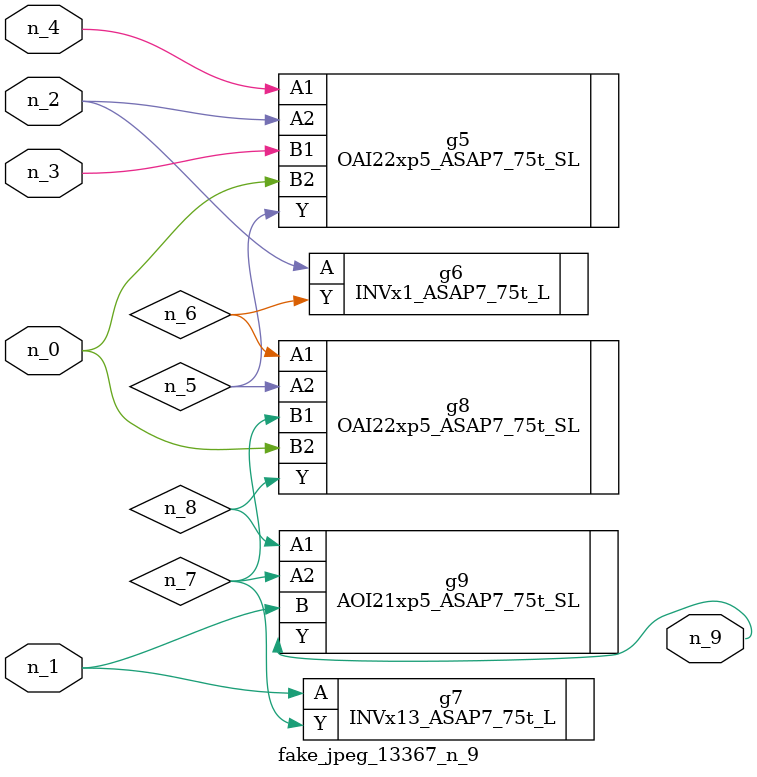
<source format=v>
module fake_jpeg_13367_n_9 (n_3, n_2, n_1, n_0, n_4, n_9);

input n_3;
input n_2;
input n_1;
input n_0;
input n_4;

output n_9;

wire n_8;
wire n_6;
wire n_5;
wire n_7;

OAI22xp5_ASAP7_75t_SL g5 ( 
.A1(n_4),
.A2(n_2),
.B1(n_3),
.B2(n_0),
.Y(n_5)
);

INVx1_ASAP7_75t_L g6 ( 
.A(n_2),
.Y(n_6)
);

INVx13_ASAP7_75t_L g7 ( 
.A(n_1),
.Y(n_7)
);

OAI22xp5_ASAP7_75t_SL g8 ( 
.A1(n_6),
.A2(n_5),
.B1(n_7),
.B2(n_0),
.Y(n_8)
);

AOI21xp5_ASAP7_75t_SL g9 ( 
.A1(n_8),
.A2(n_7),
.B(n_1),
.Y(n_9)
);


endmodule
</source>
